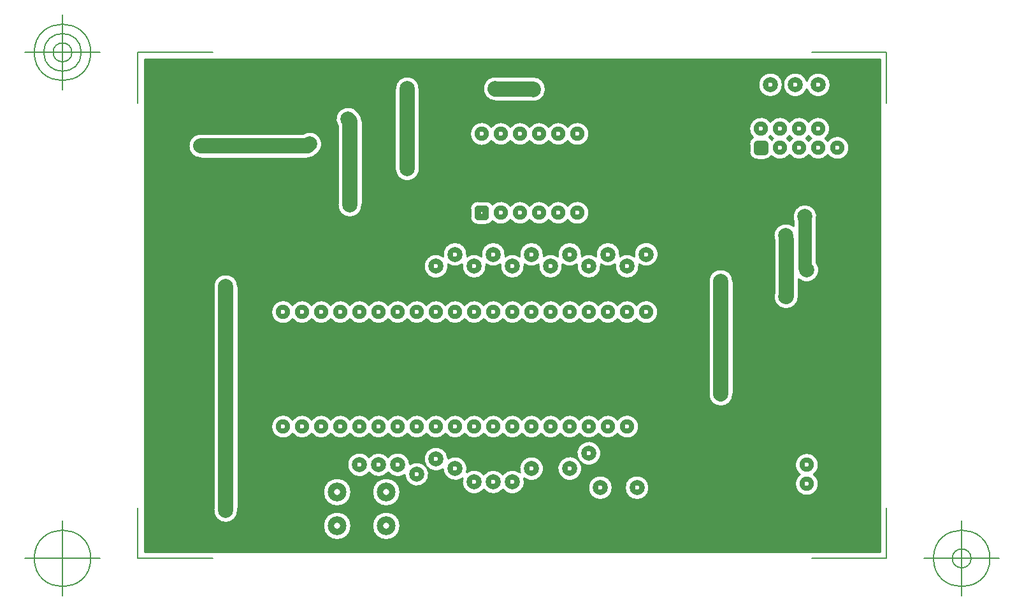
<source format=gbr>
G04 Generated by Ultiboard 14.0 *
%FSLAX34Y34*%
%MOMM*%

%ADD10C,0.0001*%
%ADD11C,0.2540*%
%ADD12C,1.1000*%
%ADD13C,2.0000*%
%ADD14C,1.8000*%
%ADD15C,0.1270*%
%ADD16C,2.0000X0.6000*%
%ADD17C,1.9000X0.6000*%
%ADD18R,1.0534X1.0534X0.6000*%
%ADD19C,0.8466*%
%ADD20R,0.9051X0.9051X0.6000*%
%ADD21C,0.9949*%
%ADD22C,2.5000X0.8000*%


G04 ColorRGB 00FF00 for the following layer *
%LNCopper Top*%
%LPD*%
G54D10*
G36*
X-41960Y727760D02*
X-41960Y727760D01*
X935123Y727760D01*
X935123Y72321D01*
X-41960Y72321D01*
X-41960Y727760D01*
D02*
G37*
%LPC*%
G36*
X205740Y400509D02*
G75*
D01*
G03X180340Y400509I-12700J-9349*
G01*
G75*
D01*
G03X154940Y400509I-12700J-9349*
G01*
G75*
D01*
G03X154940Y381811I-12700J-9349*
G01*
G75*
D01*
G03X180340Y381811I12700J9349*
G01*
G75*
D01*
G03X205740Y381811I12700J9349*
G01*
G75*
D01*
G03X231140Y381811I12700J9349*
G01*
G75*
D01*
G03X256540Y381811I12700J9349*
G01*
G75*
D01*
G03X281940Y381811I12700J9349*
G01*
G75*
D01*
G03X307340Y381811I12700J9349*
G01*
G75*
D01*
G03X332740Y381811I12700J9349*
G01*
G75*
D01*
G03X358140Y381811I12700J9349*
G01*
G75*
D01*
G03X383540Y381811I12700J9349*
G01*
G75*
D01*
G03X408940Y381811I12700J9349*
G01*
G75*
D01*
G03X434340Y381811I12700J9349*
G01*
G75*
D01*
G03X459740Y381811I12700J9349*
G01*
G75*
D01*
G03X485140Y381811I12700J9349*
G01*
G75*
D01*
G03X510540Y381811I12700J9349*
G01*
G75*
D01*
G03X535940Y381811I12700J9349*
G01*
G75*
D01*
G03X561340Y381811I12700J9349*
G01*
G75*
D01*
G03X586740Y381811I12700J9349*
G01*
G75*
D01*
G03X612140Y381811I12700J9349*
G01*
G75*
D01*
G03X612140Y400509I12700J9349*
G01*
G75*
D01*
G03X586740Y400509I-12700J-9349*
G01*
G75*
D01*
G03X561340Y400509I-12700J-9349*
G01*
G75*
D01*
G03X535940Y400509I-12700J-9349*
G01*
G75*
D01*
G03X510540Y400509I-12700J-9349*
G01*
G75*
D01*
G03X485140Y400509I-12700J-9349*
G01*
G75*
D01*
G03X459740Y400509I-12700J-9349*
G01*
G75*
D01*
G03X434340Y400509I-12700J-9349*
G01*
G75*
D01*
G03X408940Y400509I-12700J-9349*
G01*
G75*
D01*
G03X383540Y400509I-12700J-9349*
G01*
G75*
D01*
G03X358140Y400509I-12700J-9349*
G01*
G75*
D01*
G03X332740Y400509I-12700J-9349*
G01*
G75*
D01*
G03X307340Y400509I-12700J-9349*
G01*
G75*
D01*
G03X281940Y400509I-12700J-9349*
G01*
G75*
D01*
G03X256540Y400509I-12700J-9349*
G01*
G75*
D01*
G03X231140Y400509I-12700J-9349*
G01*
G75*
D01*
G03X205740Y400509I-12700J-9349*
G01*
D02*
G37*
G36*
X49691Y129540D02*
G75*
D01*
G03X49788Y127765I16349J3*
G01*
G75*
D01*
G03X82292Y127765I16252J-744*
G01*
G75*
D01*
G03X82389Y129540I-16251J1778*
G01*
X82389Y129540D01*
X82389Y425000D01*
G75*
D01*
G03X49691Y425000I-16349J0*
G01*
X49691Y425000D01*
X49691Y129540D01*
D02*
G37*
G36*
X205740Y248109D02*
G75*
D01*
G03X180340Y248109I-12700J-9349*
G01*
G75*
D01*
G03X154940Y248109I-12700J-9349*
G01*
G75*
D01*
G03X154940Y229411I-12700J-9349*
G01*
G75*
D01*
G03X180340Y229411I12700J9349*
G01*
G75*
D01*
G03X205740Y229411I12700J9349*
G01*
G75*
D01*
G03X231140Y229411I12700J9349*
G01*
G75*
D01*
G03X256540Y229411I12700J9349*
G01*
G75*
D01*
G03X281940Y229411I12700J9349*
G01*
G75*
D01*
G03X307340Y229411I12700J9349*
G01*
G75*
D01*
G03X332740Y229411I12700J9349*
G01*
G75*
D01*
G03X358140Y229411I12700J9349*
G01*
G75*
D01*
G03X383540Y229411I12700J9349*
G01*
G75*
D01*
G03X408940Y229411I12700J9349*
G01*
G75*
D01*
G03X434340Y229411I12700J9349*
G01*
G75*
D01*
G03X459740Y229411I12700J9349*
G01*
G75*
D01*
G03X485140Y229411I12700J9349*
G01*
G75*
D01*
G03X510540Y229411I12700J9349*
G01*
G75*
D01*
G03X535940Y229411I12700J9349*
G01*
G75*
D01*
G03X561340Y229411I12700J9349*
G01*
G75*
D01*
G03X586740Y229411I12700J9349*
G01*
G75*
D01*
G03X586740Y248109I12700J9349*
G01*
G75*
D01*
G03X561340Y248109I-12700J-9349*
G01*
G75*
D01*
G03X535940Y248109I-12700J-9349*
G01*
G75*
D01*
G03X510540Y248109I-12700J-9349*
G01*
G75*
D01*
G03X485140Y248109I-12700J-9349*
G01*
G75*
D01*
G03X459740Y248109I-12700J-9349*
G01*
G75*
D01*
G03X434340Y248109I-12700J-9349*
G01*
G75*
D01*
G03X408940Y248109I-12700J-9349*
G01*
G75*
D01*
G03X383540Y248109I-12700J-9349*
G01*
G75*
D01*
G03X358140Y248109I-12700J-9349*
G01*
G75*
D01*
G03X332740Y248109I-12700J-9349*
G01*
G75*
D01*
G03X307340Y248109I-12700J-9349*
G01*
G75*
D01*
G03X281940Y248109I-12700J-9349*
G01*
G75*
D01*
G03X256540Y248109I-12700J-9349*
G01*
G75*
D01*
G03X231140Y248109I-12700J-9349*
G01*
G75*
D01*
G03X205740Y248109I-12700J-9349*
G01*
D02*
G37*
G36*
X444500Y532469D02*
G75*
D01*
G03X420517Y534137I-12700J-9349*
G01*
G74*
D01*
G03X411667Y538941I8850J5749*
G01*
X411667Y538941D01*
X401133Y538941D01*
G75*
D01*
G03X390579Y528387I0J-10554*
G01*
X390579Y528387D01*
X390579Y517853D01*
G75*
D01*
G03X401133Y507299I10554J0*
G01*
X401133Y507299D01*
X411667Y507299D01*
G74*
D01*
G03X420517Y512103I0J10554*
G01*
G75*
D01*
G03X444500Y513771I11283J11016*
G01*
G75*
D01*
G03X469900Y513771I12700J9349*
G01*
G75*
D01*
G03X495300Y513771I12700J9349*
G01*
G75*
D01*
G03X520700Y513771I12700J9349*
G01*
G75*
D01*
G03X520700Y532469I12700J9349*
G01*
G75*
D01*
G03X495300Y532469I-12700J-9349*
G01*
G75*
D01*
G03X469900Y532469I-12700J-9349*
G01*
G75*
D01*
G03X444500Y532469I-12700J-9349*
G01*
D02*
G37*
G36*
X214791Y639096D02*
X214791Y639096D01*
X214791Y535000D01*
G75*
D01*
G03X214870Y533398I16349J3*
G01*
G75*
D01*
G03X247410Y533398I16270J0*
G01*
G75*
D01*
G03X247489Y535000I-16269J1605*
G01*
X247489Y535000D01*
X247489Y645000D01*
G74*
D01*
G03X241432Y657702I16349J1*
G01*
G75*
D01*
G03X214791Y639096I-12842J-9988*
G01*
D02*
G37*
G36*
X437687Y465313D02*
G75*
D01*
G03X405593Y465313I-16047J2685*
G01*
G75*
D01*
G03X386887Y465313I-9353J-13313*
G01*
G75*
D01*
G03X354793Y465313I-16047J2685*
G01*
G75*
D01*
G03X361487Y454687I-9353J-13313*
G01*
G75*
D01*
G03X380193Y454687I9353J13313*
G01*
G75*
D01*
G03X412287Y454687I16047J-2685*
G01*
G75*
D01*
G03X430993Y454687I9353J13313*
G01*
G75*
D01*
G03X463087Y454687I16047J-2685*
G01*
G75*
D01*
G03X481523Y454502I9353J13313*
G01*
G75*
D01*
G03X513612Y454884I16077J-2501*
G01*
G75*
D01*
G03X532593Y454687I9628J13116*
G01*
G75*
D01*
G03X564687Y454687I16047J-2685*
G01*
G75*
D01*
G03X583393Y454687I9353J13313*
G01*
G75*
D01*
G03X615487Y454687I16047J-2685*
G01*
G75*
D01*
G03X608793Y465313I9353J13313*
G01*
G75*
D01*
G03X590087Y465313I-9353J-13313*
G01*
G75*
D01*
G03X557993Y465313I-16047J2685*
G01*
G75*
D01*
G03X539287Y465313I-9353J-13313*
G01*
G75*
D01*
G03X507228Y465116I-16047J2687*
G01*
G75*
D01*
G03X488517Y465498I-9627J-13116*
G01*
G75*
D01*
G03X456393Y465313I-16077J2499*
G01*
G75*
D01*
G03X437687Y465313I-9353J-13313*
G01*
D02*
G37*
G36*
X434340Y175270D02*
G75*
D01*
G03X408940Y175270I-12700J-10170*
G01*
G75*
D01*
G03X386372Y178036I-12700J-10170*
G01*
G75*
D01*
G03X361692Y196335I-15530J4847*
G01*
G75*
D01*
G03X332463Y185767I-16251J-757*
G01*
G75*
D01*
G03X310892Y188715I-12423J-10507*
G01*
G75*
D01*
G03X281940Y198130I-16252J-753*
G01*
G75*
D01*
G03X256540Y198130I-12700J-10170*
G01*
G75*
D01*
G03X256540Y177790I-12700J-10170*
G01*
G75*
D01*
G03X281940Y177790I12700J10170*
G01*
G75*
D01*
G03X303788Y174505I12700J10170*
G01*
G75*
D01*
G03X333017Y185073I16251J757*
G01*
G75*
D01*
G03X354588Y182125I12423J10507*
G01*
G75*
D01*
G03X380708Y169944I16252J753*
G01*
G75*
D01*
G03X408940Y154930I15530J-4849*
G01*
G75*
D01*
G03X434340Y154930I12700J10170*
G01*
G75*
D01*
G03X462572Y169944I12700J10170*
G01*
G75*
D01*
G03X456908Y178036I9868J12936*
G01*
G75*
D01*
G03X434340Y175270I-9868J-12936*
G01*
D02*
G37*
G36*
X188242Y602203D02*
G75*
D01*
G03X169196Y628489I-10430J12486*
G01*
X169196Y628489D01*
X33020Y628489D01*
G75*
D01*
G03X33020Y595791I0J-16349*
G01*
X33020Y595791D01*
X175260Y595791D01*
G74*
D01*
G03X188242Y602203I1J16349*
G01*
D02*
G37*
G36*
X427084Y704349D02*
G75*
D01*
G03X408315Y691946I-2904J-16009*
G01*
G75*
D01*
G03X424180Y671651I15864J-3947*
G01*
X424180Y671651D01*
X469583Y671651D01*
G75*
D01*
G03X491231Y686216I5397J15349*
G01*
G75*
D01*
G03X474980Y704349I-16250J1785*
G01*
X474980Y704349D01*
X427084Y704349D01*
D02*
G37*
G36*
X444500Y637469D02*
G75*
D01*
G03X419100Y637469I-12700J-9349*
G01*
G75*
D01*
G03X419100Y618771I-12700J-9349*
G01*
G75*
D01*
G03X444500Y618771I12700J9349*
G01*
G75*
D01*
G03X469900Y618771I12700J9349*
G01*
G75*
D01*
G03X495300Y618771I12700J9349*
G01*
G75*
D01*
G03X520700Y618771I12700J9349*
G01*
G75*
D01*
G03X520700Y637469I12700J9349*
G01*
G75*
D01*
G03X495300Y637469I-12700J-9349*
G01*
G75*
D01*
G03X469900Y637469I-12700J-9349*
G01*
G75*
D01*
G03X444500Y637469I-12700J-9349*
G01*
D02*
G37*
G36*
X707551Y431800D02*
X707551Y431800D01*
X707551Y281940D01*
G75*
D01*
G03X740249Y281940I16349J0*
G01*
X740249Y281940D01*
X740249Y431800D01*
G75*
D01*
G03X707551Y431800I-16349J0*
G01*
D02*
G37*
G36*
X195437Y106680D02*
G75*
D01*
G03X195437Y106680I18770J0*
G01*
D02*
G37*
G36*
X260630Y106680D02*
G75*
D01*
G03X260630Y106680I18770J0*
G01*
D02*
G37*
G36*
X195437Y151553D02*
G75*
D01*
G03X195437Y151553I18770J0*
G01*
D02*
G37*
G36*
X260630Y151553D02*
G75*
D01*
G03X260630Y151553I18770J0*
G01*
D02*
G37*
G36*
X840740Y644349D02*
G75*
D01*
G03X815340Y644349I-12700J-9349*
G01*
G75*
D01*
G03X789940Y644349I-12700J-9349*
G01*
G75*
D01*
G03X766432Y623516I-12700J-9349*
G01*
G74*
D01*
G03X761416Y614125I6282J9390*
G01*
X761416Y614125D01*
X761416Y605075D01*
G75*
D01*
G03X772715Y593776I11299J0*
G01*
X772715Y593776D01*
X781765Y593776D01*
G74*
D01*
G03X791156Y598792I0J11299*
G01*
G75*
D01*
G03X815340Y600251I11484J10808*
G01*
G75*
D01*
G03X840740Y600251I12700J9349*
G01*
G75*
D01*
G03X866140Y600251I12700J9349*
G01*
G75*
D01*
G03X866140Y618949I12700J9349*
G01*
G74*
D01*
G03X862789Y622300I12700J9349*
G01*
G75*
D01*
G03X840740Y644349I-9349J12700*
G01*
D02*
G37*
G36*
X773670Y693420D02*
G75*
D01*
G03X773670Y693420I16270J0*
G01*
D02*
G37*
G36*
X838200Y699117D02*
G75*
D01*
G03X838200Y687723I-15240J-5697*
G01*
G75*
D01*
G03X838200Y699117I15240J5697*
G01*
D02*
G37*
G36*
X323344Y685408D02*
G75*
D01*
G03X291074Y688693I-16004J2931*
G01*
G74*
D01*
G03X290651Y685000I15925J3695*
G01*
X290651Y685000D01*
X290651Y583000D01*
G75*
D01*
G03X291630Y577429I16349J2*
G01*
G75*
D01*
G03X323349Y584564I15716J4207*
G01*
X323349Y584564D01*
X323349Y685000D01*
G74*
D01*
G03X323344Y685408I16349J4*
G01*
D02*
G37*
G36*
X828851Y175260D02*
G75*
D01*
G03X847549Y175260I9349J-12700*
G01*
G75*
D01*
G03X828851Y175260I-9349J12700*
G01*
D02*
G37*
G36*
X547610Y157480D02*
G75*
D01*
G03X547610Y157480I16270J0*
G01*
D02*
G37*
G36*
X596293Y157480D02*
G75*
D01*
G03X596293Y157480I16270J0*
G01*
D02*
G37*
G36*
X535663Y193387D02*
G75*
D01*
G03X536217Y192693I-12434J-10494*
G01*
G75*
D01*
G03X535663Y193387I12434J10494*
G01*
D02*
G37*
G36*
X808895Y395267D02*
G75*
D01*
G03X827349Y411480I2105J16213*
G01*
X827349Y411480D01*
X827349Y434917D01*
G75*
D01*
G03X851004Y457079I10860J12114*
G01*
X851004Y457079D01*
X851004Y512749D01*
G75*
D01*
G03X820316Y512749I-15344J5411*
G01*
X820316Y512749D01*
X820316Y505550D01*
G75*
D01*
G03X794658Y488146I-10058J-12788*
G01*
G74*
D01*
G03X794651Y487680I16341J479*
G01*
X794651Y487680D01*
X794651Y416071D01*
G75*
D01*
G03X808895Y395267I15609J-4591*
G01*
D02*
G37*
%LPD*%
G36*
X840740Y625651D02*
G74*
D01*
G02X837389Y622300I12700J9349*
G01*
G74*
D01*
G02X840740Y618949I9349J12700*
G01*
G74*
D01*
G02X844091Y622300I12700J9349*
G01*
G74*
D01*
G02X840740Y625651I9349J12700*
G01*
D02*
G37*
G36*
X815340Y625651D02*
G74*
D01*
G02X811989Y622300I12700J9349*
G01*
G74*
D01*
G02X815340Y618949I9349J12700*
G01*
G74*
D01*
G02X818691Y622300I12700J9349*
G01*
G74*
D01*
G02X815340Y625651I9349J12700*
G01*
D02*
G37*
G36*
X789940Y625651D02*
G74*
D01*
G02X788048Y623516I12700J9349*
G01*
G74*
D01*
G02X791156Y620408I6282J9390*
G01*
G74*
D01*
G02X793291Y622300I11484J10808*
G01*
G74*
D01*
G02X789940Y625651I9349J12700*
G01*
D02*
G37*
G54D11*
X840740Y625651D02*
G74*
D01*
G02X837389Y622300I12700J9349*
G01*
G74*
D01*
G02X840740Y618949I9349J12700*
G01*
G74*
D01*
G02X844091Y622300I12700J9349*
G01*
G74*
D01*
G02X840740Y625651I9349J12700*
G01*
X789940Y625651D02*
G74*
D01*
G02X788048Y623516I12700J9349*
G01*
G74*
D01*
G02X791156Y620408I6282J9390*
G01*
G74*
D01*
G02X793291Y622300I11484J10808*
G01*
G74*
D01*
G02X789940Y625651I9349J12700*
G01*
X205740Y400509D02*
G75*
D01*
G03X180340Y400509I-12700J-9349*
G01*
G75*
D01*
G03X154940Y400509I-12700J-9349*
G01*
G75*
D01*
G03X154940Y381811I-12700J-9349*
G01*
G75*
D01*
G03X180340Y381811I12700J9349*
G01*
G75*
D01*
G03X205740Y381811I12700J9349*
G01*
G75*
D01*
G03X231140Y381811I12700J9349*
G01*
G75*
D01*
G03X256540Y381811I12700J9349*
G01*
G75*
D01*
G03X281940Y381811I12700J9349*
G01*
G75*
D01*
G03X307340Y381811I12700J9349*
G01*
G75*
D01*
G03X332740Y381811I12700J9349*
G01*
G75*
D01*
G03X358140Y381811I12700J9349*
G01*
G75*
D01*
G03X383540Y381811I12700J9349*
G01*
G75*
D01*
G03X408940Y381811I12700J9349*
G01*
G75*
D01*
G03X434340Y381811I12700J9349*
G01*
G75*
D01*
G03X459740Y381811I12700J9349*
G01*
G75*
D01*
G03X485140Y381811I12700J9349*
G01*
G75*
D01*
G03X510540Y381811I12700J9349*
G01*
G75*
D01*
G03X535940Y381811I12700J9349*
G01*
G75*
D01*
G03X561340Y381811I12700J9349*
G01*
G75*
D01*
G03X586740Y381811I12700J9349*
G01*
G75*
D01*
G03X612140Y381811I12700J9349*
G01*
G75*
D01*
G03X612140Y400509I12700J9349*
G01*
G75*
D01*
G03X586740Y400509I-12700J-9349*
G01*
G75*
D01*
G03X561340Y400509I-12700J-9349*
G01*
G75*
D01*
G03X535940Y400509I-12700J-9349*
G01*
G75*
D01*
G03X510540Y400509I-12700J-9349*
G01*
G75*
D01*
G03X485140Y400509I-12700J-9349*
G01*
G75*
D01*
G03X459740Y400509I-12700J-9349*
G01*
G75*
D01*
G03X434340Y400509I-12700J-9349*
G01*
G75*
D01*
G03X408940Y400509I-12700J-9349*
G01*
G75*
D01*
G03X383540Y400509I-12700J-9349*
G01*
G75*
D01*
G03X358140Y400509I-12700J-9349*
G01*
G75*
D01*
G03X332740Y400509I-12700J-9349*
G01*
G75*
D01*
G03X307340Y400509I-12700J-9349*
G01*
G75*
D01*
G03X281940Y400509I-12700J-9349*
G01*
G75*
D01*
G03X256540Y400509I-12700J-9349*
G01*
G75*
D01*
G03X231140Y400509I-12700J-9349*
G01*
G75*
D01*
G03X205740Y400509I-12700J-9349*
G01*
X49691Y129540D02*
G75*
D01*
G03X49788Y127765I16349J3*
G01*
G75*
D01*
G03X82292Y127765I16252J-744*
G01*
G75*
D01*
G03X82389Y129540I-16251J1778*
G01*
X82389Y425000D01*
G75*
D01*
G03X49691Y425000I-16349J0*
G01*
X49691Y129540D01*
X205740Y248109D02*
G75*
D01*
G03X180340Y248109I-12700J-9349*
G01*
G75*
D01*
G03X154940Y248109I-12700J-9349*
G01*
G75*
D01*
G03X154940Y229411I-12700J-9349*
G01*
G75*
D01*
G03X180340Y229411I12700J9349*
G01*
G75*
D01*
G03X205740Y229411I12700J9349*
G01*
G75*
D01*
G03X231140Y229411I12700J9349*
G01*
G75*
D01*
G03X256540Y229411I12700J9349*
G01*
G75*
D01*
G03X281940Y229411I12700J9349*
G01*
G75*
D01*
G03X307340Y229411I12700J9349*
G01*
G75*
D01*
G03X332740Y229411I12700J9349*
G01*
G75*
D01*
G03X358140Y229411I12700J9349*
G01*
G75*
D01*
G03X383540Y229411I12700J9349*
G01*
G75*
D01*
G03X408940Y229411I12700J9349*
G01*
G75*
D01*
G03X434340Y229411I12700J9349*
G01*
G75*
D01*
G03X459740Y229411I12700J9349*
G01*
G75*
D01*
G03X485140Y229411I12700J9349*
G01*
G75*
D01*
G03X510540Y229411I12700J9349*
G01*
G75*
D01*
G03X535940Y229411I12700J9349*
G01*
G75*
D01*
G03X561340Y229411I12700J9349*
G01*
G75*
D01*
G03X586740Y229411I12700J9349*
G01*
G75*
D01*
G03X586740Y248109I12700J9349*
G01*
G75*
D01*
G03X561340Y248109I-12700J-9349*
G01*
G75*
D01*
G03X535940Y248109I-12700J-9349*
G01*
G75*
D01*
G03X510540Y248109I-12700J-9349*
G01*
G75*
D01*
G03X485140Y248109I-12700J-9349*
G01*
G75*
D01*
G03X459740Y248109I-12700J-9349*
G01*
G75*
D01*
G03X434340Y248109I-12700J-9349*
G01*
G75*
D01*
G03X408940Y248109I-12700J-9349*
G01*
G75*
D01*
G03X383540Y248109I-12700J-9349*
G01*
G75*
D01*
G03X358140Y248109I-12700J-9349*
G01*
G75*
D01*
G03X332740Y248109I-12700J-9349*
G01*
G75*
D01*
G03X307340Y248109I-12700J-9349*
G01*
G75*
D01*
G03X281940Y248109I-12700J-9349*
G01*
G75*
D01*
G03X256540Y248109I-12700J-9349*
G01*
G75*
D01*
G03X231140Y248109I-12700J-9349*
G01*
G75*
D01*
G03X205740Y248109I-12700J-9349*
G01*
X444500Y532469D02*
G75*
D01*
G03X420517Y534137I-12700J-9349*
G01*
G74*
D01*
G03X411667Y538941I8850J5749*
G01*
X401133Y538941D01*
G75*
D01*
G03X390579Y528387I0J-10554*
G01*
X390579Y517853D01*
G75*
D01*
G03X401133Y507299I10554J0*
G01*
X411667Y507299D01*
G74*
D01*
G03X420517Y512103I0J10554*
G01*
G75*
D01*
G03X444500Y513771I11283J11016*
G01*
G75*
D01*
G03X469900Y513771I12700J9349*
G01*
G75*
D01*
G03X495300Y513771I12700J9349*
G01*
G75*
D01*
G03X520700Y513771I12700J9349*
G01*
G75*
D01*
G03X520700Y532469I12700J9349*
G01*
G75*
D01*
G03X495300Y532469I-12700J-9349*
G01*
G75*
D01*
G03X469900Y532469I-12700J-9349*
G01*
G75*
D01*
G03X444500Y532469I-12700J-9349*
G01*
X214791Y639096D02*
X214791Y535000D01*
G75*
D01*
G03X214870Y533398I16349J3*
G01*
G75*
D01*
G03X247410Y533398I16270J0*
G01*
G75*
D01*
G03X247489Y535000I-16269J1605*
G01*
X247489Y645000D01*
G74*
D01*
G03X241432Y657702I16349J1*
G01*
G75*
D01*
G03X214791Y639096I-12842J-9988*
G01*
X437687Y465313D02*
G75*
D01*
G03X405593Y465313I-16047J2685*
G01*
G75*
D01*
G03X386887Y465313I-9353J-13313*
G01*
G75*
D01*
G03X354793Y465313I-16047J2685*
G01*
G75*
D01*
G03X361487Y454687I-9353J-13313*
G01*
G75*
D01*
G03X380193Y454687I9353J13313*
G01*
G75*
D01*
G03X412287Y454687I16047J-2685*
G01*
G75*
D01*
G03X430993Y454687I9353J13313*
G01*
G75*
D01*
G03X463087Y454687I16047J-2685*
G01*
G75*
D01*
G03X481523Y454502I9353J13313*
G01*
G75*
D01*
G03X513612Y454884I16077J-2501*
G01*
G75*
D01*
G03X532593Y454687I9628J13116*
G01*
G75*
D01*
G03X564687Y454687I16047J-2685*
G01*
G75*
D01*
G03X583393Y454687I9353J13313*
G01*
G75*
D01*
G03X615487Y454687I16047J-2685*
G01*
G75*
D01*
G03X608793Y465313I9353J13313*
G01*
G75*
D01*
G03X590087Y465313I-9353J-13313*
G01*
G75*
D01*
G03X557993Y465313I-16047J2685*
G01*
G75*
D01*
G03X539287Y465313I-9353J-13313*
G01*
G75*
D01*
G03X507228Y465116I-16047J2687*
G01*
G75*
D01*
G03X488517Y465498I-9627J-13116*
G01*
G75*
D01*
G03X456393Y465313I-16077J2499*
G01*
G75*
D01*
G03X437687Y465313I-9353J-13313*
G01*
X434340Y175270D02*
G75*
D01*
G03X408940Y175270I-12700J-10170*
G01*
G75*
D01*
G03X386372Y178036I-12700J-10170*
G01*
G75*
D01*
G03X361692Y196335I-15530J4847*
G01*
G75*
D01*
G03X332463Y185767I-16251J-757*
G01*
G75*
D01*
G03X310892Y188715I-12423J-10507*
G01*
G75*
D01*
G03X281940Y198130I-16252J-753*
G01*
G75*
D01*
G03X256540Y198130I-12700J-10170*
G01*
G75*
D01*
G03X256540Y177790I-12700J-10170*
G01*
G75*
D01*
G03X281940Y177790I12700J10170*
G01*
G75*
D01*
G03X303788Y174505I12700J10170*
G01*
G75*
D01*
G03X333017Y185073I16251J757*
G01*
G75*
D01*
G03X354588Y182125I12423J10507*
G01*
G75*
D01*
G03X380708Y169944I16252J753*
G01*
G75*
D01*
G03X408940Y154930I15530J-4849*
G01*
G75*
D01*
G03X434340Y154930I12700J10170*
G01*
G75*
D01*
G03X462572Y169944I12700J10170*
G01*
G75*
D01*
G03X456908Y178036I9868J12936*
G01*
G75*
D01*
G03X434340Y175270I-9868J-12936*
G01*
X188242Y602203D02*
G75*
D01*
G03X169196Y628489I-10430J12486*
G01*
X33020Y628489D01*
G75*
D01*
G03X33020Y595791I0J-16349*
G01*
X175260Y595791D01*
G74*
D01*
G03X188242Y602203I1J16349*
G01*
X427084Y704349D02*
G75*
D01*
G03X408315Y691946I-2904J-16009*
G01*
G75*
D01*
G03X424180Y671651I15864J-3947*
G01*
X469583Y671651D01*
G75*
D01*
G03X491231Y686216I5397J15349*
G01*
G75*
D01*
G03X474980Y704349I-16250J1785*
G01*
X427084Y704349D01*
X444500Y637469D02*
G75*
D01*
G03X419100Y637469I-12700J-9349*
G01*
G75*
D01*
G03X419100Y618771I-12700J-9349*
G01*
G75*
D01*
G03X444500Y618771I12700J9349*
G01*
G75*
D01*
G03X469900Y618771I12700J9349*
G01*
G75*
D01*
G03X495300Y618771I12700J9349*
G01*
G75*
D01*
G03X520700Y618771I12700J9349*
G01*
G75*
D01*
G03X520700Y637469I12700J9349*
G01*
G75*
D01*
G03X495300Y637469I-12700J-9349*
G01*
G75*
D01*
G03X469900Y637469I-12700J-9349*
G01*
G75*
D01*
G03X444500Y637469I-12700J-9349*
G01*
X707551Y431800D02*
X707551Y281940D01*
G75*
D01*
G03X740249Y281940I16349J0*
G01*
X740249Y431800D01*
G75*
D01*
G03X707551Y431800I-16349J0*
G01*
X195437Y106680D02*
G75*
D01*
G03X195437Y106680I18770J0*
G01*
X260630Y106680D02*
G75*
D01*
G03X260630Y106680I18770J0*
G01*
X195437Y151553D02*
G75*
D01*
G03X195437Y151553I18770J0*
G01*
X260630Y151553D02*
G75*
D01*
G03X260630Y151553I18770J0*
G01*
X840740Y644349D02*
G75*
D01*
G03X815340Y644349I-12700J-9349*
G01*
G75*
D01*
G03X789940Y644349I-12700J-9349*
G01*
G75*
D01*
G03X766432Y623516I-12700J-9349*
G01*
G74*
D01*
G03X761416Y614125I6282J9390*
G01*
X761416Y605075D01*
G75*
D01*
G03X772715Y593776I11299J0*
G01*
X781765Y593776D01*
G74*
D01*
G03X791156Y598792I0J11299*
G01*
G75*
D01*
G03X815340Y600251I11484J10808*
G01*
G75*
D01*
G03X840740Y600251I12700J9349*
G01*
G75*
D01*
G03X866140Y600251I12700J9349*
G01*
G75*
D01*
G03X866140Y618949I12700J9349*
G01*
G74*
D01*
G03X862789Y622300I12700J9349*
G01*
G75*
D01*
G03X840740Y644349I-9349J12700*
G01*
X773670Y693420D02*
G75*
D01*
G03X773670Y693420I16270J0*
G01*
X838200Y699117D02*
G75*
D01*
G03X838200Y687723I-15240J-5697*
G01*
G75*
D01*
G03X838200Y699117I15240J5697*
G01*
X323344Y685408D02*
G75*
D01*
G03X291074Y688693I-16004J2931*
G01*
G74*
D01*
G03X290651Y685000I15925J3695*
G01*
X290651Y583000D01*
G75*
D01*
G03X291630Y577429I16349J2*
G01*
G75*
D01*
G03X323349Y584564I15716J4207*
G01*
X323349Y685000D01*
G74*
D01*
G03X323344Y685408I16349J4*
G01*
X828851Y175260D02*
G75*
D01*
G03X847549Y175260I9349J-12700*
G01*
G75*
D01*
G03X828851Y175260I-9349J12700*
G01*
X547610Y157480D02*
G75*
D01*
G03X547610Y157480I16270J0*
G01*
X596293Y157480D02*
G75*
D01*
G03X596293Y157480I16270J0*
G01*
X535663Y193387D02*
G75*
D01*
G03X536217Y192693I-12434J-10494*
G01*
G75*
D01*
G03X535663Y193387I12434J10494*
G01*
X808895Y395267D02*
G75*
D01*
G03X827349Y411480I2105J16213*
G01*
X827349Y434917D01*
G75*
D01*
G03X851004Y457079I10860J12114*
G01*
X851004Y512749D01*
G75*
D01*
G03X820316Y512749I-15344J5411*
G01*
X820316Y505550D01*
G75*
D01*
G03X794658Y488146I-10058J-12788*
G01*
G74*
D01*
G03X794651Y487680I16341J479*
G01*
X794651Y416071D01*
G75*
D01*
G03X808895Y395267I15609J-4591*
G01*
X-41960Y727760D02*
X935123Y727760D01*
X935123Y72321D01*
X-41960Y72321D01*
X-41960Y727760D01*
X815340Y625651D02*
G74*
D01*
G02X811989Y622300I12700J9349*
G01*
G74*
D01*
G02X815340Y618949I9349J12700*
G01*
G74*
D01*
G02X818691Y622300I12700J9349*
G01*
G74*
D01*
G02X815340Y625651I9349J12700*
G01*
G54D12*
X175260Y612140D02*
X177800Y614680D01*
G54D13*
X66040Y425000D02*
X66040Y129540D01*
X688340Y198120D02*
X688340Y109220D01*
X723900Y281940D02*
X723900Y431800D01*
X33020Y612140D02*
X175260Y612140D01*
X231140Y645000D02*
X231140Y535000D01*
X424180Y688000D02*
X474980Y688000D01*
X811000Y411480D02*
X811000Y487680D01*
X307000Y583000D02*
X307000Y685000D01*
G54D14*
X835660Y518160D02*
X835660Y449580D01*
G54D15*
X-50800Y63480D02*
X-50800Y130792D01*
X-50800Y63480D02*
X48676Y63480D01*
X943963Y63480D02*
X844487Y63480D01*
X943963Y63480D02*
X943963Y130792D01*
X943963Y736600D02*
X943963Y669288D01*
X943963Y736600D02*
X844487Y736600D01*
X-50800Y736600D02*
X48676Y736600D01*
X-50800Y736600D02*
X-50800Y669288D01*
X-100800Y63480D02*
X-200800Y63480D01*
X-150800Y13480D02*
X-150800Y113480D01*
X-188300Y63480D02*
G75*
D01*
G02X-188300Y63480I37500J0*
G01*
X993963Y63480D02*
X1093963Y63480D01*
X1043963Y13480D02*
X1043963Y113480D01*
X1006463Y63480D02*
G75*
D01*
G02X1006463Y63480I37500J0*
G01*
X1031463Y63480D02*
G75*
D01*
G02X1031463Y63480I12500J0*
G01*
X-100800Y736600D02*
X-200800Y736600D01*
X-150800Y686600D02*
X-150800Y786600D01*
X-188300Y736600D02*
G75*
D01*
G02X-188300Y736600I37500J0*
G01*
X-175800Y736600D02*
G75*
D01*
G02X-175800Y736600I25000J0*
G01*
X-163300Y736600D02*
G75*
D01*
G02X-163300Y736600I12500J0*
G01*
G54D16*
X563880Y157480D03*
X612563Y157480D03*
X370840Y468000D03*
X472440Y468000D03*
X624840Y468000D03*
X345440Y452000D03*
X396240Y452000D03*
X447040Y452000D03*
X548640Y452000D03*
X599440Y452000D03*
X421640Y468000D03*
X523240Y468000D03*
X574040Y468000D03*
X345440Y195580D03*
X370840Y182880D03*
X396240Y165100D03*
X320040Y175260D03*
X421640Y165100D03*
X447040Y165100D03*
X472440Y182880D03*
X523240Y182880D03*
X548640Y203200D03*
X822960Y693420D03*
X789940Y693420D03*
X853440Y693420D03*
X243840Y187960D03*
X269240Y187960D03*
X294640Y187960D03*
X497600Y452000D03*
X66040Y425000D03*
X723900Y281940D03*
X424180Y688340D03*
X228600Y647700D03*
X307340Y688340D03*
X838200Y447040D03*
X810260Y411480D03*
X835660Y518160D03*
X231140Y533400D03*
X474980Y687000D03*
X723900Y431800D03*
X66040Y127000D03*
X33020Y612140D03*
X177800Y614680D03*
X810260Y492760D03*
X307340Y581660D03*
X688340Y198120D03*
X688340Y109220D03*
X891540Y226060D03*
G54D17*
X406400Y628120D03*
X431800Y628120D03*
X457200Y628120D03*
X482600Y628120D03*
X508000Y628120D03*
X533400Y628120D03*
X431800Y523120D03*
X457200Y523120D03*
X482600Y523120D03*
X508000Y523120D03*
X533400Y523120D03*
X838200Y162560D03*
X838200Y187960D03*
X777240Y635000D03*
X878840Y609600D03*
X853440Y609600D03*
X828040Y609600D03*
X878840Y635000D03*
X802640Y635000D03*
X802640Y609600D03*
X828040Y635000D03*
X853440Y635000D03*
X218440Y238760D03*
X624840Y238760D03*
X269240Y391160D03*
X193040Y391160D03*
X167640Y391160D03*
X142240Y391160D03*
X243840Y391160D03*
X218440Y391160D03*
X421640Y391160D03*
X345440Y391160D03*
X320040Y391160D03*
X294640Y391160D03*
X396240Y391160D03*
X370840Y391160D03*
X497840Y391160D03*
X472440Y391160D03*
X447040Y391160D03*
X574040Y391160D03*
X548640Y391160D03*
X523240Y391160D03*
X599440Y391160D03*
X624840Y391160D03*
X142240Y238760D03*
X269240Y238760D03*
X193040Y238760D03*
X167640Y238760D03*
X243840Y238760D03*
X421640Y238760D03*
X345440Y238760D03*
X320040Y238760D03*
X294640Y238760D03*
X370840Y238760D03*
X396240Y238760D03*
X497840Y238760D03*
X447040Y238760D03*
X472440Y238760D03*
X574040Y238760D03*
X523240Y238760D03*
X548640Y238760D03*
X599440Y238760D03*
G54D18*
X406400Y523120D03*
G54D19*
X401133Y517853D02*
X411667Y517853D01*
X411667Y528387D01*
X401133Y528387D01*
X401133Y517853D01*D02*
G54D20*
X838200Y137160D03*
X777240Y609600D03*
G54D21*
X833675Y132635D02*
X842725Y132635D01*
X842725Y141685D01*
X833675Y141685D01*
X833675Y132635D01*D02*
X772715Y605075D02*
X781765Y605075D01*
X781765Y614125D01*
X772715Y614125D01*
X772715Y605075D01*D02*
G54D22*
X279400Y106680D03*
X279400Y151553D03*
X214207Y106680D03*
X214207Y151553D03*

M02*

</source>
